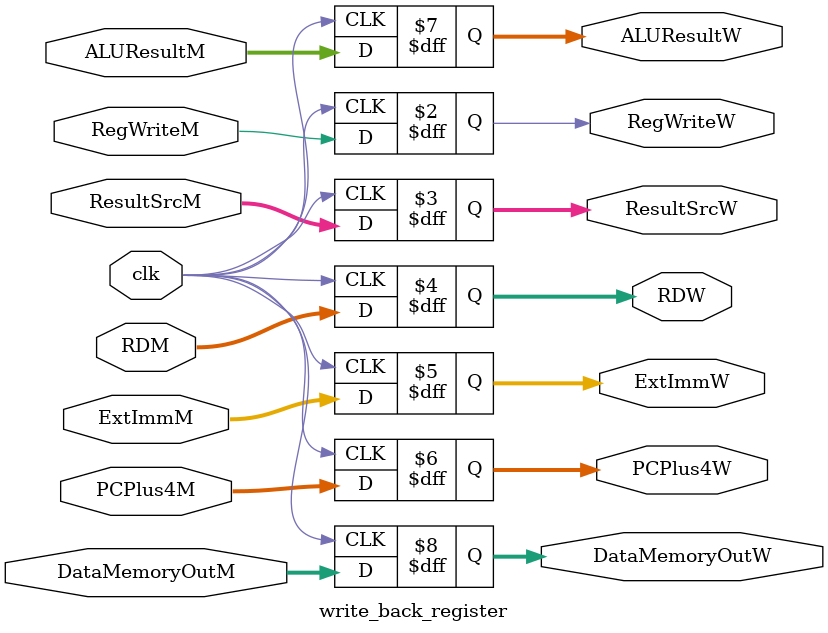
<source format=v>
module write_back_register(input [31:0] PCPlus4M, ALUResultM,
							input [4:0] RDM,
							input [31:0] ExtImmM, DataMemoryOutM, 
		          			input clk, RegWriteM,
		          			input [1:0] ResultSrcM,
		         			output reg RegWriteW,
		          			output reg[1:0] ResultSrcW,
		          			output reg[4:0] RDW,
							output reg[31:0] ExtImmW, PCPlus4W, ALUResultW, DataMemoryOutW);

	always@(posedge clk)begin
		RDW = RDM;
		ExtImmW = ExtImmM;
		PCPlus4W = PCPlus4M;
		ALUResultW = ALUResultM;
		DataMemoryOutW = DataMemoryOutM;
		RegWriteW = RegWriteM;
		ResultSrcW = ResultSrcM;
	end

endmodule

</source>
